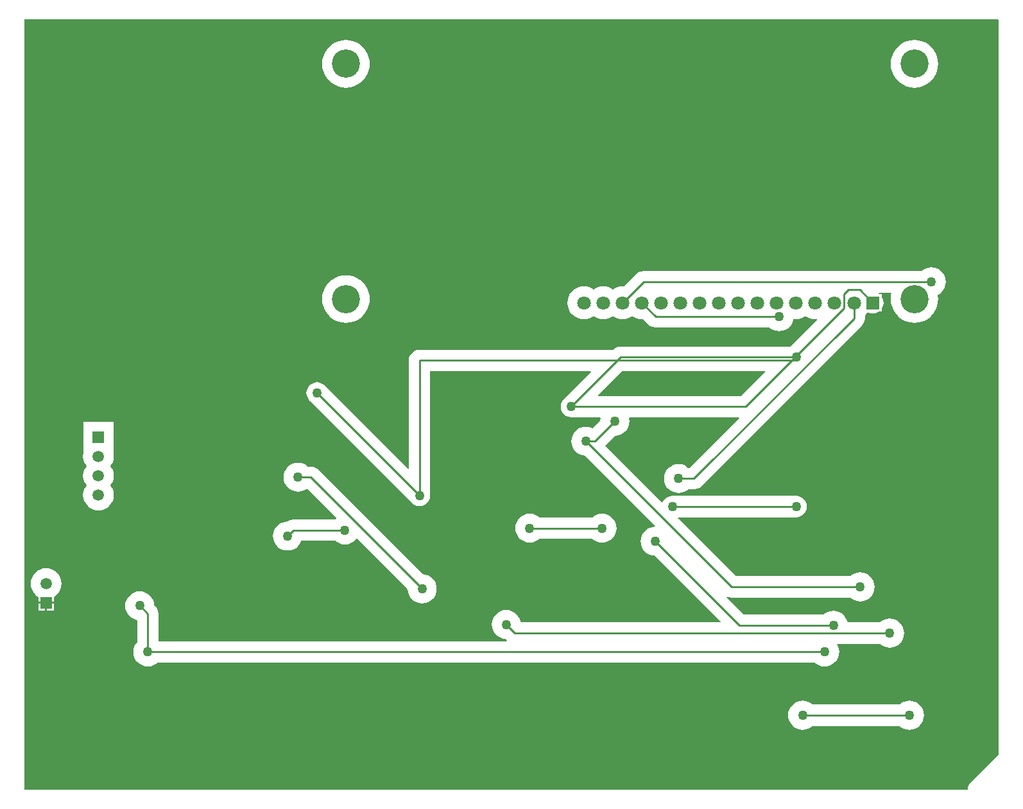
<source format=gbl>
G04 Layer_Physical_Order=2*
G04 Layer_Color=16711680*
%FSLAX25Y25*%
%MOIN*%
G70*
G01*
G75*
%ADD22C,0.01000*%
%ADD23R,0.07087X0.07087*%
%ADD24C,0.07087*%
%ADD25C,0.14630*%
%ADD26R,0.05906X0.05906*%
%ADD27C,0.05906*%
%ADD28C,0.05000*%
G36*
X606039Y499624D02*
X605957Y499000D01*
Y118089D01*
X591434Y103566D01*
X590632Y102522D01*
X590129Y101305D01*
X589957Y100000D01*
X100000D01*
Y500000D01*
X100000Y500000D01*
X605709D01*
X606039Y499624D01*
D02*
G37*
%LPC*%
G36*
X242140Y269796D02*
X240670Y269651D01*
X239256Y269222D01*
X237953Y268526D01*
X236811Y267589D01*
X235874Y266447D01*
X235178Y265144D01*
X234749Y263730D01*
X234604Y262260D01*
X234749Y260789D01*
X235178Y259376D01*
X235874Y258073D01*
X236811Y256931D01*
X237953Y255994D01*
X239256Y255297D01*
X240670Y254868D01*
X242140Y254724D01*
X243611Y254868D01*
X245024Y255297D01*
X246327Y255994D01*
X246778Y256363D01*
X261874Y241267D01*
X261849Y240768D01*
X261337Y240348D01*
X239740D01*
X238304Y240158D01*
X236966Y239604D01*
X236545Y239281D01*
X235230Y239151D01*
X233816Y238722D01*
X232513Y238026D01*
X231371Y237089D01*
X230434Y235947D01*
X229737Y234644D01*
X229309Y233230D01*
X229164Y231760D01*
X229309Y230290D01*
X229737Y228876D01*
X230434Y227573D01*
X231371Y226431D01*
X232513Y225494D01*
X233816Y224797D01*
X235230Y224368D01*
X236700Y224223D01*
X238170Y224368D01*
X239584Y224797D01*
X240887Y225494D01*
X242029Y226431D01*
X242966Y227573D01*
X243663Y228876D01*
X243777Y229253D01*
X261337D01*
X262213Y228534D01*
X263516Y227837D01*
X264930Y227409D01*
X266400Y227264D01*
X267870Y227409D01*
X269284Y227837D01*
X270587Y228534D01*
X271729Y229471D01*
X272368Y230249D01*
X272867Y230274D01*
X299141Y204000D01*
X299252Y202873D01*
X299681Y201459D01*
X300377Y200156D01*
X301314Y199014D01*
X302456Y198077D01*
X303759Y197381D01*
X305173Y196952D01*
X306643Y196807D01*
X308114Y196952D01*
X309527Y197381D01*
X310830Y198077D01*
X311972Y199014D01*
X312909Y200156D01*
X313606Y201459D01*
X314035Y202873D01*
X314179Y204343D01*
X314035Y205814D01*
X313606Y207227D01*
X312909Y208530D01*
X311972Y209672D01*
X310830Y210609D01*
X309527Y211306D01*
X308114Y211735D01*
X306986Y211846D01*
X252649Y266182D01*
X251500Y267064D01*
X250162Y267618D01*
X248727Y267807D01*
X247203D01*
X246327Y268526D01*
X245024Y269222D01*
X243611Y269651D01*
X242140Y269796D01*
D02*
G37*
G36*
X111260Y214991D02*
X109701Y214838D01*
X108202Y214383D01*
X106820Y213645D01*
X105609Y212651D01*
X104615Y211440D01*
X103877Y210058D01*
X103422Y208559D01*
X103269Y207000D01*
X103422Y205441D01*
X103877Y203942D01*
X104615Y202560D01*
X105609Y201349D01*
X106820Y200356D01*
X107307Y200095D01*
Y197500D01*
X115213D01*
Y200095D01*
X115700Y200356D01*
X116910Y201349D01*
X117904Y202560D01*
X118643Y203942D01*
X119097Y205441D01*
X119251Y207000D01*
X119097Y208559D01*
X118643Y210058D01*
X117904Y211440D01*
X116910Y212651D01*
X115700Y213645D01*
X114318Y214383D01*
X112819Y214838D01*
X111260Y214991D01*
D02*
G37*
G36*
X115213Y196500D02*
X111760D01*
Y193047D01*
X115213D01*
Y196500D01*
D02*
G37*
G36*
X559700Y146236D02*
X558230Y146091D01*
X556816Y145663D01*
X555513Y144966D01*
X554637Y144247D01*
X509263D01*
X508387Y144966D01*
X507084Y145663D01*
X505670Y146091D01*
X504200Y146236D01*
X502730Y146091D01*
X501316Y145663D01*
X500013Y144966D01*
X498871Y144029D01*
X497934Y142887D01*
X497237Y141584D01*
X496808Y140170D01*
X496664Y138700D01*
X496808Y137230D01*
X497237Y135816D01*
X497934Y134513D01*
X498871Y133371D01*
X500013Y132434D01*
X501316Y131737D01*
X502730Y131308D01*
X504200Y131164D01*
X505670Y131308D01*
X507084Y131737D01*
X508387Y132434D01*
X509263Y133152D01*
X554637D01*
X555513Y132434D01*
X556816Y131737D01*
X558230Y131308D01*
X559700Y131164D01*
X561170Y131308D01*
X562584Y131737D01*
X563887Y132434D01*
X565029Y133371D01*
X565966Y134513D01*
X566663Y135816D01*
X567092Y137230D01*
X567236Y138700D01*
X567092Y140170D01*
X566663Y141584D01*
X565966Y142887D01*
X565029Y144029D01*
X563887Y144966D01*
X562584Y145663D01*
X561170Y146091D01*
X559700Y146236D01*
D02*
G37*
G36*
X110760Y196500D02*
X107307D01*
Y193047D01*
X110760D01*
Y196500D01*
D02*
G37*
G36*
X400000Y243336D02*
X398530Y243192D01*
X397116Y242763D01*
X395813Y242066D01*
X394937Y241348D01*
X367563D01*
X366687Y242066D01*
X365384Y242763D01*
X363970Y243192D01*
X362500Y243336D01*
X361030Y243192D01*
X359616Y242763D01*
X358313Y242066D01*
X357171Y241129D01*
X356234Y239987D01*
X355537Y238684D01*
X355108Y237270D01*
X354964Y235800D01*
X355108Y234330D01*
X355537Y232916D01*
X356234Y231613D01*
X357171Y230471D01*
X358313Y229534D01*
X359616Y228837D01*
X361030Y228409D01*
X362500Y228264D01*
X363970Y228409D01*
X365384Y228837D01*
X366687Y229534D01*
X367563Y230253D01*
X394937D01*
X395813Y229534D01*
X397116Y228837D01*
X398530Y228409D01*
X400000Y228264D01*
X401470Y228409D01*
X402884Y228837D01*
X404187Y229534D01*
X405329Y230471D01*
X406266Y231613D01*
X406963Y232916D01*
X407392Y234330D01*
X407536Y235800D01*
X407392Y237270D01*
X406963Y238684D01*
X406266Y239987D01*
X405329Y241129D01*
X404187Y242066D01*
X402884Y242763D01*
X401470Y243192D01*
X400000Y243336D01*
D02*
G37*
G36*
X571100Y371236D02*
X569630Y371092D01*
X568216Y370663D01*
X566913Y369966D01*
X566037Y369248D01*
X421523D01*
X421523Y369248D01*
X420087Y369058D01*
X418749Y368504D01*
X417600Y367623D01*
X417600Y367623D01*
X411323Y361345D01*
X410650Y361411D01*
X408975Y361246D01*
X407364Y360758D01*
X405880Y359965D01*
X405650Y359775D01*
X405419Y359965D01*
X403935Y360758D01*
X402324Y361246D01*
X400650Y361411D01*
X398975Y361246D01*
X397364Y360758D01*
X395880Y359965D01*
X395650Y359775D01*
X395419Y359965D01*
X393935Y360758D01*
X392324Y361246D01*
X390650Y361411D01*
X388975Y361246D01*
X387364Y360758D01*
X385880Y359965D01*
X384579Y358897D01*
X383512Y357596D01*
X382718Y356112D01*
X382230Y354502D01*
X382065Y352827D01*
X382230Y351152D01*
X382718Y349542D01*
X383512Y348057D01*
X384579Y346757D01*
X385880Y345689D01*
X387364Y344896D01*
X388975Y344407D01*
X390650Y344242D01*
X392324Y344407D01*
X393935Y344896D01*
X395419Y345689D01*
X395650Y345878D01*
X395880Y345689D01*
X397364Y344896D01*
X398975Y344407D01*
X400650Y344242D01*
X402324Y344407D01*
X403935Y344896D01*
X405419Y345689D01*
X405650Y345878D01*
X405880Y345689D01*
X407364Y344896D01*
X408975Y344407D01*
X410650Y344242D01*
X412324Y344407D01*
X413935Y344896D01*
X415419Y345689D01*
X415650Y345878D01*
X415880Y345689D01*
X417364Y344896D01*
X418975Y344407D01*
X420650Y344242D01*
X421323Y344308D01*
X423954Y341677D01*
X425103Y340796D01*
X426441Y340242D01*
X427876Y340053D01*
X427877Y340053D01*
X486937D01*
X487813Y339334D01*
X489116Y338637D01*
X490530Y338209D01*
X492000Y338064D01*
X493470Y338209D01*
X494884Y338637D01*
X496187Y339334D01*
X497329Y340271D01*
X498266Y341413D01*
X498963Y342716D01*
X499392Y344130D01*
X499414Y344364D01*
X500650Y344242D01*
X502324Y344407D01*
X503935Y344896D01*
X505419Y345689D01*
X505650Y345878D01*
X505880Y345689D01*
X507364Y344896D01*
X508975Y344407D01*
X510650Y344242D01*
X511582Y344334D01*
X511809Y343854D01*
X498002Y330047D01*
X409700D01*
X408264Y329858D01*
X406926Y329304D01*
X405810Y328448D01*
X305200D01*
X303764Y328258D01*
X302426Y327704D01*
X301277Y326823D01*
X300396Y325674D01*
X299842Y324336D01*
X299653Y322900D01*
Y266846D01*
X299191Y266655D01*
X255923Y309923D01*
X254774Y310804D01*
X253436Y311358D01*
X252000Y311547D01*
X250564Y311358D01*
X249226Y310804D01*
X248077Y309923D01*
X247196Y308774D01*
X246642Y307436D01*
X246452Y306000D01*
X246642Y304564D01*
X247196Y303226D01*
X248077Y302077D01*
X301277Y248877D01*
X302426Y247996D01*
X303764Y247442D01*
X305200Y247252D01*
X306636Y247442D01*
X307974Y247996D01*
X309123Y248877D01*
X310004Y250026D01*
X310558Y251364D01*
X310748Y252800D01*
Y317353D01*
X394054D01*
X394245Y316891D01*
X380177Y302823D01*
X379296Y301674D01*
X378742Y300336D01*
X378553Y298900D01*
X378742Y297464D01*
X379296Y296126D01*
X380177Y294977D01*
X381326Y294096D01*
X382664Y293542D01*
X384100Y293353D01*
X399031D01*
X399328Y292951D01*
X399258Y292720D01*
X399148Y291593D01*
X395127Y287572D01*
X394584Y287863D01*
X393170Y288292D01*
X391700Y288436D01*
X390230Y288292D01*
X388816Y287863D01*
X387513Y287166D01*
X386371Y286229D01*
X385434Y285087D01*
X384737Y283784D01*
X384309Y282370D01*
X384164Y280900D01*
X384309Y279430D01*
X384737Y278016D01*
X385434Y276713D01*
X386371Y275571D01*
X387513Y274634D01*
X388816Y273937D01*
X390230Y273509D01*
X391357Y273397D01*
X427751Y237003D01*
X427528Y236519D01*
X426230Y236391D01*
X424816Y235963D01*
X423513Y235266D01*
X422371Y234329D01*
X421434Y233187D01*
X420737Y231884D01*
X420308Y230470D01*
X420164Y229000D01*
X420308Y227530D01*
X420737Y226116D01*
X421434Y224813D01*
X422371Y223671D01*
X423513Y222734D01*
X424816Y222037D01*
X426230Y221608D01*
X427357Y221498D01*
X461545Y187309D01*
X461354Y186847D01*
X357673D01*
X357632Y187270D01*
X357203Y188684D01*
X356506Y189987D01*
X355569Y191129D01*
X354427Y192066D01*
X353124Y192763D01*
X351711Y193192D01*
X350240Y193336D01*
X348770Y193192D01*
X347356Y192763D01*
X346053Y192066D01*
X344911Y191129D01*
X343974Y189987D01*
X343278Y188684D01*
X342849Y187270D01*
X342704Y185800D01*
X342849Y184330D01*
X343278Y182916D01*
X343974Y181613D01*
X344911Y180471D01*
X346053Y179534D01*
X347356Y178837D01*
X348770Y178409D01*
X349897Y178297D01*
X350647Y177548D01*
X350440Y177048D01*
X169648D01*
Y191300D01*
X169648Y191300D01*
X169458Y192736D01*
X168904Y194074D01*
X168023Y195223D01*
X168023Y195223D01*
X167403Y195843D01*
X167291Y196970D01*
X166863Y198384D01*
X166166Y199687D01*
X165229Y200829D01*
X164087Y201766D01*
X162784Y202463D01*
X161370Y202891D01*
X159900Y203036D01*
X158430Y202891D01*
X157016Y202463D01*
X155713Y201766D01*
X154571Y200829D01*
X153634Y199687D01*
X152937Y198384D01*
X152508Y196970D01*
X152364Y195500D01*
X152508Y194030D01*
X152937Y192616D01*
X153634Y191313D01*
X154571Y190171D01*
X155713Y189234D01*
X157016Y188537D01*
X158430Y188109D01*
X158553Y188096D01*
Y176563D01*
X157834Y175687D01*
X157137Y174384D01*
X156709Y172970D01*
X156564Y171500D01*
X156709Y170030D01*
X157137Y168616D01*
X157834Y167313D01*
X158771Y166171D01*
X159913Y165234D01*
X161216Y164537D01*
X162630Y164109D01*
X164100Y163964D01*
X165570Y164109D01*
X166984Y164537D01*
X168287Y165234D01*
X169163Y165953D01*
X510587D01*
X511463Y165234D01*
X512766Y164537D01*
X514179Y164109D01*
X515650Y163964D01*
X517120Y164109D01*
X518534Y164537D01*
X519837Y165234D01*
X520979Y166171D01*
X521916Y167313D01*
X522612Y168616D01*
X523041Y170030D01*
X523186Y171500D01*
X523041Y172970D01*
X522612Y174384D01*
X522148Y175252D01*
X522448Y175752D01*
X544337D01*
X545213Y175034D01*
X546516Y174337D01*
X547930Y173908D01*
X549400Y173764D01*
X550870Y173908D01*
X552284Y174337D01*
X553587Y175034D01*
X554729Y175971D01*
X555666Y177113D01*
X556363Y178416D01*
X556791Y179830D01*
X556936Y181300D01*
X556791Y182770D01*
X556363Y184184D01*
X555666Y185487D01*
X554729Y186629D01*
X553587Y187566D01*
X552284Y188263D01*
X550870Y188691D01*
X549400Y188836D01*
X547930Y188691D01*
X546516Y188263D01*
X545213Y187566D01*
X544337Y186847D01*
X527568D01*
X527163Y188184D01*
X526466Y189487D01*
X525529Y190629D01*
X524387Y191566D01*
X523084Y192263D01*
X521670Y192692D01*
X520200Y192836D01*
X518730Y192692D01*
X517316Y192263D01*
X516013Y191566D01*
X515137Y190848D01*
X473698D01*
X464636Y199909D01*
X464920Y200333D01*
X465864Y199942D01*
X467300Y199752D01*
X467300Y199752D01*
X529037D01*
X529913Y199034D01*
X531216Y198337D01*
X532630Y197908D01*
X534100Y197764D01*
X535570Y197908D01*
X536984Y198337D01*
X538287Y199034D01*
X539429Y199971D01*
X540366Y201113D01*
X541063Y202416D01*
X541492Y203830D01*
X541636Y205300D01*
X541492Y206770D01*
X541063Y208184D01*
X540366Y209487D01*
X539429Y210629D01*
X538287Y211566D01*
X536984Y212263D01*
X535570Y212691D01*
X534100Y212836D01*
X532630Y212691D01*
X531216Y212263D01*
X529913Y211566D01*
X529037Y210847D01*
X469598D01*
X439455Y240991D01*
X439646Y241453D01*
X500900D01*
X502336Y241642D01*
X503674Y242196D01*
X504823Y243077D01*
X505704Y244226D01*
X506258Y245564D01*
X506448Y247000D01*
X506258Y248436D01*
X505704Y249774D01*
X504823Y250923D01*
X503674Y251804D01*
X502336Y252358D01*
X500900Y252548D01*
X436600D01*
X435164Y252358D01*
X433826Y251804D01*
X432677Y250923D01*
X431796Y249774D01*
X431639Y249394D01*
X431148Y249297D01*
X401845Y278600D01*
X406993Y283748D01*
X408120Y283858D01*
X409534Y284287D01*
X410837Y284984D01*
X411979Y285921D01*
X412916Y287063D01*
X413613Y288366D01*
X414042Y289780D01*
X414186Y291250D01*
X414042Y292720D01*
X413972Y292951D01*
X414269Y293353D01*
X471058D01*
X471249Y292891D01*
X445465Y267107D01*
X444799D01*
X443923Y267825D01*
X442620Y268522D01*
X441207Y268951D01*
X439736Y269095D01*
X438266Y268951D01*
X436852Y268522D01*
X435549Y267825D01*
X434407Y266888D01*
X433470Y265746D01*
X432774Y264443D01*
X432345Y263029D01*
X432200Y261559D01*
X432345Y260089D01*
X432774Y258675D01*
X433470Y257372D01*
X434407Y256230D01*
X435549Y255293D01*
X436852Y254596D01*
X438266Y254168D01*
X439736Y254023D01*
X441207Y254168D01*
X442620Y254596D01*
X443923Y255293D01*
X444799Y256012D01*
X447763D01*
X449198Y256201D01*
X450536Y256755D01*
X451685Y257636D01*
X534927Y340878D01*
X534927Y340878D01*
X535808Y342027D01*
X536362Y343365D01*
X536552Y344800D01*
X536552Y344800D01*
Y346327D01*
X537074Y346757D01*
X538053Y347949D01*
X539214Y347468D01*
X540650Y347279D01*
X542085Y347468D01*
X543423Y348023D01*
X543763Y348284D01*
X545193D01*
Y349713D01*
X545454Y350053D01*
X546008Y351391D01*
X546197Y352827D01*
X546008Y354263D01*
X545454Y355601D01*
X545193Y355941D01*
Y357370D01*
X543964D01*
X543685Y357709D01*
X543876Y358153D01*
X550040D01*
X550350Y357760D01*
X550102Y356728D01*
X549950Y354795D01*
X550102Y352863D01*
X550555Y350978D01*
X551297Y349187D01*
X552309Y347534D01*
X553568Y346060D01*
X555042Y344801D01*
X556695Y343789D01*
X558486Y343047D01*
X560371Y342594D01*
X562303Y342442D01*
X564236Y342594D01*
X566120Y343047D01*
X567911Y343789D01*
X569564Y344801D01*
X571038Y346060D01*
X572297Y347534D01*
X573310Y349187D01*
X574052Y350978D01*
X574504Y352863D01*
X574656Y354795D01*
X574504Y356728D01*
X574443Y356983D01*
X575287Y357434D01*
X576429Y358371D01*
X577366Y359513D01*
X578063Y360816D01*
X578491Y362230D01*
X578636Y363700D01*
X578491Y365170D01*
X578063Y366584D01*
X577366Y367887D01*
X576429Y369029D01*
X575287Y369966D01*
X573984Y370663D01*
X572570Y371092D01*
X571100Y371236D01*
D02*
G37*
G36*
X267028Y489196D02*
X265095Y489044D01*
X263210Y488591D01*
X261419Y487849D01*
X259767Y486836D01*
X258293Y485577D01*
X257034Y484103D01*
X256021Y482451D01*
X255279Y480660D01*
X254827Y478775D01*
X254675Y476843D01*
X254827Y474910D01*
X255279Y473025D01*
X256021Y471234D01*
X257034Y469582D01*
X258293Y468108D01*
X259767Y466849D01*
X261419Y465836D01*
X263210Y465094D01*
X265095Y464642D01*
X267028Y464490D01*
X268960Y464642D01*
X270845Y465094D01*
X272636Y465836D01*
X274289Y466849D01*
X275763Y468108D01*
X277021Y469582D01*
X278034Y471234D01*
X278776Y473025D01*
X279228Y474910D01*
X279381Y476843D01*
X279228Y478775D01*
X278776Y480660D01*
X278034Y482451D01*
X277021Y484103D01*
X275763Y485577D01*
X274289Y486836D01*
X272636Y487849D01*
X270845Y488591D01*
X268960Y489044D01*
X267028Y489196D01*
D02*
G37*
G36*
X562303D02*
X560371Y489044D01*
X558486Y488591D01*
X556695Y487849D01*
X555042Y486836D01*
X553568Y485577D01*
X552309Y484103D01*
X551297Y482451D01*
X550555Y480660D01*
X550102Y478775D01*
X549950Y476843D01*
X550102Y474910D01*
X550555Y473025D01*
X551297Y471234D01*
X552309Y469582D01*
X553568Y468108D01*
X555042Y466849D01*
X556695Y465836D01*
X558486Y465094D01*
X560371Y464642D01*
X562303Y464490D01*
X564236Y464642D01*
X566120Y465094D01*
X567911Y465836D01*
X569564Y466849D01*
X571038Y468108D01*
X572297Y469582D01*
X573310Y471234D01*
X574052Y473025D01*
X574504Y474910D01*
X574656Y476843D01*
X574504Y478775D01*
X574052Y480660D01*
X573310Y482451D01*
X572297Y484103D01*
X571038Y485577D01*
X569564Y486836D01*
X567911Y487849D01*
X566120Y488591D01*
X564236Y489044D01*
X562303Y489196D01*
D02*
G37*
G36*
X146453Y290953D02*
X130547D01*
Y275047D01*
X130547D01*
X130674Y274876D01*
X130661Y274547D01*
X130509Y273000D01*
X130662Y271441D01*
X131117Y269942D01*
X131855Y268560D01*
X132315Y268000D01*
X131855Y267440D01*
X131117Y266058D01*
X130662Y264559D01*
X130509Y263000D01*
X130662Y261441D01*
X131117Y259942D01*
X131855Y258560D01*
X132315Y258000D01*
X131855Y257440D01*
X131117Y256058D01*
X130662Y254559D01*
X130509Y253000D01*
X130662Y251441D01*
X131117Y249942D01*
X131855Y248560D01*
X132849Y247349D01*
X134060Y246356D01*
X135442Y245617D01*
X136941Y245162D01*
X138500Y245009D01*
X140059Y245162D01*
X141558Y245617D01*
X142940Y246356D01*
X144151Y247349D01*
X145144Y248560D01*
X145883Y249942D01*
X146338Y251441D01*
X146491Y253000D01*
X146338Y254559D01*
X145883Y256058D01*
X145144Y257440D01*
X144685Y258000D01*
X145144Y258560D01*
X145883Y259942D01*
X146338Y261441D01*
X146491Y263000D01*
X146338Y264559D01*
X145883Y266058D01*
X145144Y267440D01*
X144685Y268000D01*
X145144Y268560D01*
X145883Y269942D01*
X146338Y271441D01*
X146491Y273000D01*
X146339Y274547D01*
X146326Y274876D01*
X146453Y275047D01*
X146453D01*
Y290953D01*
D02*
G37*
G36*
X267028Y367148D02*
X265095Y366996D01*
X263210Y366544D01*
X261419Y365802D01*
X259767Y364789D01*
X258293Y363530D01*
X257034Y362056D01*
X256021Y360403D01*
X255279Y358612D01*
X254827Y356728D01*
X254675Y354795D01*
X254827Y352863D01*
X255279Y350978D01*
X256021Y349187D01*
X257034Y347534D01*
X258293Y346060D01*
X259767Y344801D01*
X261419Y343789D01*
X263210Y343047D01*
X265095Y342594D01*
X267028Y342442D01*
X268960Y342594D01*
X270845Y343047D01*
X272636Y343789D01*
X274289Y344801D01*
X275763Y346060D01*
X277021Y347534D01*
X278034Y349187D01*
X278776Y350978D01*
X279228Y352863D01*
X279381Y354795D01*
X279228Y356728D01*
X278776Y358612D01*
X278034Y360403D01*
X277021Y362056D01*
X275763Y363530D01*
X274289Y364789D01*
X272636Y365802D01*
X270845Y366544D01*
X268960Y366996D01*
X267028Y367148D01*
D02*
G37*
%LPD*%
G36*
X484845Y316891D02*
X472402Y304448D01*
X398146D01*
X397955Y304909D01*
X410398Y317353D01*
X484654D01*
X484845Y316891D01*
D02*
G37*
D22*
X159900Y195500D02*
X164100Y191300D01*
Y171500D02*
Y191300D01*
X350240Y185800D02*
X354740Y181300D01*
X549400D01*
X533876Y359600D02*
X540650Y352827D01*
X528000Y359600D02*
X533876D01*
X525800Y357400D02*
X528000Y359600D01*
X525800Y350000D02*
Y357400D01*
X384100Y298900D02*
X474700D01*
X391700Y280900D02*
X467300Y205300D01*
X534100D01*
X410650Y352827D02*
X421523Y363700D01*
X571100D01*
X436600Y247000D02*
X500900D01*
X252000Y306000D02*
X305200Y252800D01*
X362500Y235800D02*
X400000D01*
X305200Y252800D02*
Y322900D01*
X499300D02*
X500900Y324500D01*
X236700Y231760D02*
X239740Y234800D01*
X266400D01*
X420650Y352827D02*
X427876Y345600D01*
X492000D01*
X504200Y138700D02*
X559700D01*
X471400Y185300D02*
X520200D01*
X427700Y229000D02*
X471400Y185300D01*
X391700Y280900D02*
X396300D01*
X406650Y291250D01*
X164100Y171500D02*
X515650D01*
X531004Y344800D02*
Y352827D01*
X447763Y261559D02*
X531004Y344800D01*
X439736Y261559D02*
X447763D01*
X242140Y262260D02*
X248727D01*
X306643Y204343D01*
X305200Y322900D02*
X408100D01*
X498700D01*
X499300D01*
X384100Y298900D02*
X408100Y322900D01*
X409700Y324500D01*
X500300D01*
X500900D01*
X474700Y298900D02*
X498700Y322900D01*
X500300Y324500D01*
X525800Y350000D01*
D23*
X540650Y352827D02*
D03*
D24*
X531004D02*
D03*
X520650D02*
D03*
X510650D02*
D03*
X500650D02*
D03*
X490650D02*
D03*
X480650D02*
D03*
X470650D02*
D03*
X460650D02*
D03*
X450650D02*
D03*
X440650D02*
D03*
X430650D02*
D03*
X420650D02*
D03*
X410650D02*
D03*
X400650D02*
D03*
X390650D02*
D03*
D25*
X562303Y354795D02*
D03*
Y476843D02*
D03*
X267028Y354795D02*
D03*
Y476843D02*
D03*
D26*
X111260Y197000D02*
D03*
X138500Y283000D02*
D03*
D27*
X111260Y207000D02*
D03*
X138500Y253000D02*
D03*
Y263000D02*
D03*
Y273000D02*
D03*
D28*
X159900Y195500D02*
D03*
X164100Y171500D02*
D03*
X350240Y185800D02*
D03*
X549400Y181300D02*
D03*
X384100Y298900D02*
D03*
X391700Y280900D02*
D03*
X534100Y205300D02*
D03*
X571100Y363700D02*
D03*
X500900Y247000D02*
D03*
X436600D02*
D03*
X252000Y306000D02*
D03*
X400000Y235800D02*
D03*
X362500D02*
D03*
X305200Y252800D02*
D03*
X500900Y324500D02*
D03*
X236700Y231760D02*
D03*
X266400Y234800D02*
D03*
X492000Y345600D02*
D03*
X504200Y138700D02*
D03*
X559700D02*
D03*
X520200Y185300D02*
D03*
X427700Y229000D02*
D03*
X406650Y291250D02*
D03*
X515650Y171500D02*
D03*
X439736Y261559D02*
D03*
X242140Y262260D02*
D03*
X306643Y204343D02*
D03*
M02*

</source>
